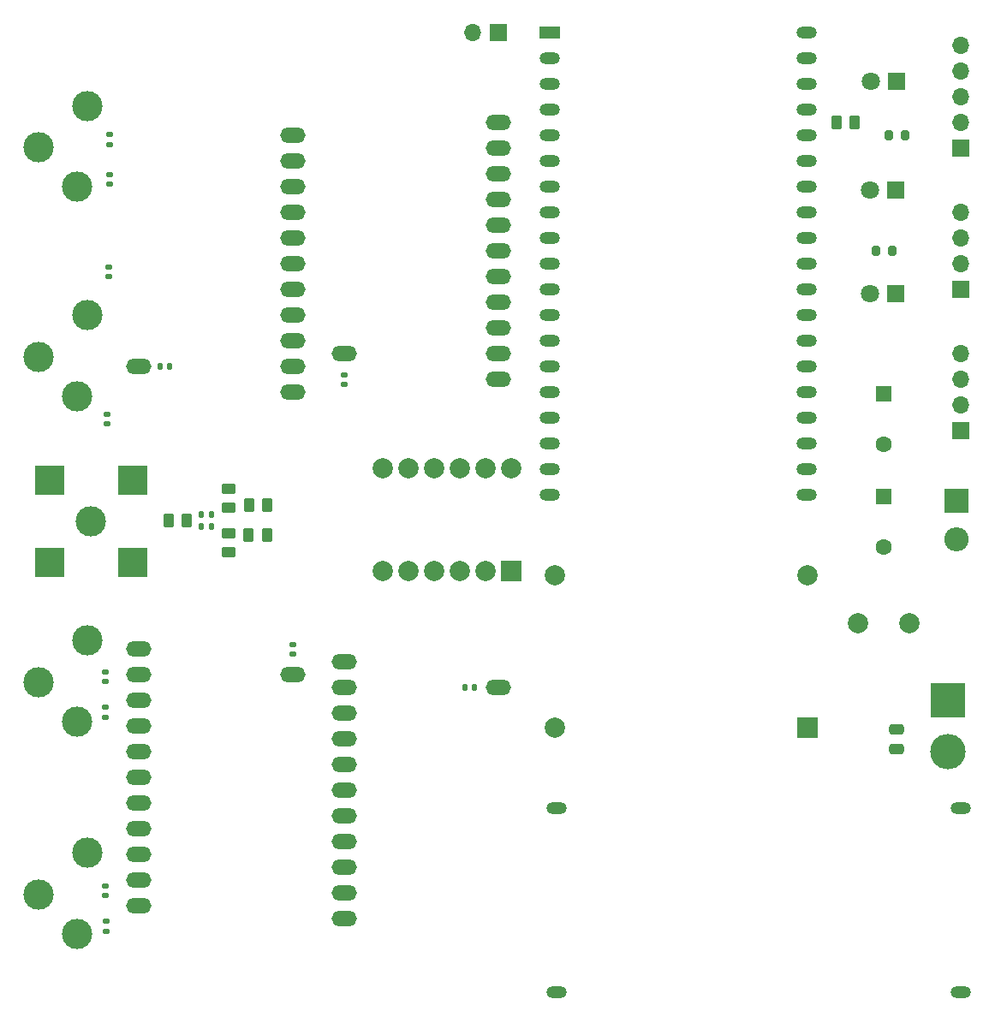
<source format=gbr>
%TF.GenerationSoftware,KiCad,Pcbnew,8.0.6*%
%TF.CreationDate,2024-11-28T17:20:23+01:00*%
%TF.ProjectId,fm-tx-LCD,666d2d74-782d-44c4-9344-2e6b69636164,rev?*%
%TF.SameCoordinates,Original*%
%TF.FileFunction,Soldermask,Top*%
%TF.FilePolarity,Negative*%
%FSLAX46Y46*%
G04 Gerber Fmt 4.6, Leading zero omitted, Abs format (unit mm)*
G04 Created by KiCad (PCBNEW 8.0.6) date 2024-11-28 17:20:23*
%MOMM*%
%LPD*%
G01*
G04 APERTURE LIST*
G04 Aperture macros list*
%AMRoundRect*
0 Rectangle with rounded corners*
0 $1 Rounding radius*
0 $2 $3 $4 $5 $6 $7 $8 $9 X,Y pos of 4 corners*
0 Add a 4 corners polygon primitive as box body*
4,1,4,$2,$3,$4,$5,$6,$7,$8,$9,$2,$3,0*
0 Add four circle primitives for the rounded corners*
1,1,$1+$1,$2,$3*
1,1,$1+$1,$4,$5*
1,1,$1+$1,$6,$7*
1,1,$1+$1,$8,$9*
0 Add four rect primitives between the rounded corners*
20,1,$1+$1,$2,$3,$4,$5,0*
20,1,$1+$1,$4,$5,$6,$7,0*
20,1,$1+$1,$6,$7,$8,$9,0*
20,1,$1+$1,$8,$9,$2,$3,0*%
G04 Aperture macros list end*
%ADD10RoundRect,0.250000X0.262500X0.450000X-0.262500X0.450000X-0.262500X-0.450000X0.262500X-0.450000X0*%
%ADD11RoundRect,0.250000X0.450000X-0.262500X0.450000X0.262500X-0.450000X0.262500X-0.450000X-0.262500X0*%
%ADD12R,1.700000X1.700000*%
%ADD13O,1.700000X1.700000*%
%ADD14RoundRect,0.140000X0.170000X-0.140000X0.170000X0.140000X-0.170000X0.140000X-0.170000X-0.140000X0*%
%ADD15RoundRect,0.140000X-0.140000X-0.170000X0.140000X-0.170000X0.140000X0.170000X-0.140000X0.170000X0*%
%ADD16RoundRect,0.140000X-0.170000X0.140000X-0.170000X-0.140000X0.170000X-0.140000X0.170000X0.140000X0*%
%ADD17C,2.000000*%
%ADD18O,2.500000X1.500000*%
%ADD19R,1.800000X1.800000*%
%ADD20C,1.800000*%
%ADD21C,3.000000*%
%ADD22R,2.000000X1.200000*%
%ADD23O,2.000000X1.200000*%
%ADD24R,2.400000X2.400000*%
%ADD25O,2.400000X2.400000*%
%ADD26RoundRect,0.140000X0.140000X0.170000X-0.140000X0.170000X-0.140000X-0.170000X0.140000X-0.170000X0*%
%ADD27R,1.600000X1.600000*%
%ADD28C,1.600000*%
%ADD29R,2.000000X2.000000*%
%ADD30RoundRect,0.250000X-0.475000X0.250000X-0.475000X-0.250000X0.475000X-0.250000X0.475000X0.250000X0*%
%ADD31R,3.500000X3.500000*%
%ADD32O,3.500000X3.500000*%
%ADD33RoundRect,0.200000X0.200000X0.275000X-0.200000X0.275000X-0.200000X-0.275000X0.200000X-0.275000X0*%
%ADD34RoundRect,0.135000X0.135000X0.185000X-0.135000X0.185000X-0.135000X-0.185000X0.135000X-0.185000X0*%
%ADD35RoundRect,0.250000X-0.450000X0.262500X-0.450000X-0.262500X0.450000X-0.262500X0.450000X0.262500X0*%
%ADD36R,3.000000X3.000000*%
G04 APERTURE END LIST*
D10*
%TO.C,R10*%
X64412500Y-77405707D03*
X62587500Y-77405707D03*
%TD*%
D11*
%TO.C,R8*%
X68580000Y-80565000D03*
X68580000Y-78740000D03*
%TD*%
D10*
%TO.C,R6*%
X70535106Y-75947531D03*
X72360106Y-75947531D03*
%TD*%
%TO.C,R1*%
X130459097Y-38025553D03*
X128634097Y-38025553D03*
%TD*%
D12*
%TO.C,SW1*%
X140970000Y-40635000D03*
D13*
X140970000Y-38095000D03*
X140970000Y-35555000D03*
X140970000Y-33015000D03*
X140970000Y-30475000D03*
%TD*%
D14*
%TO.C,C14*%
X56428201Y-118055260D03*
X56428201Y-117095260D03*
%TD*%
D15*
%TO.C,C6*%
X61750000Y-62230000D03*
X62710000Y-62230000D03*
%TD*%
D16*
%TO.C,C13*%
X56389145Y-113540756D03*
X56389145Y-114500756D03*
%TD*%
D17*
%TO.C,F1*%
X135890000Y-87630000D03*
X130810000Y-87620000D03*
%TD*%
D18*
%TO.C,U7*%
X80010000Y-116840000D03*
X80010000Y-114300000D03*
X80010000Y-111760000D03*
X80010000Y-109220000D03*
X80010000Y-106680000D03*
X80010000Y-104140000D03*
X80010000Y-101600000D03*
X80010000Y-99060000D03*
X80010000Y-96520000D03*
X80010000Y-93980000D03*
X80010000Y-91440000D03*
X95250000Y-93980000D03*
%TD*%
D19*
%TO.C,D3*%
X134500000Y-55000000D03*
D20*
X131960000Y-55000000D03*
%TD*%
D21*
%TO.C,J8*%
X53580000Y-118300000D03*
X54580000Y-110300000D03*
X49780000Y-114400000D03*
%TD*%
D22*
%TO.C,U1*%
X100330000Y-29210000D03*
D23*
X100330000Y-31750000D03*
X100330000Y-34290000D03*
X100330000Y-36830000D03*
X100330000Y-39370000D03*
X100330000Y-41910000D03*
X100330000Y-44450000D03*
X100330000Y-46990000D03*
X100330000Y-49530000D03*
X100330000Y-52070000D03*
X100330000Y-54610000D03*
X100330000Y-57150000D03*
X100330000Y-59690000D03*
X100330000Y-62230000D03*
X100330000Y-64770000D03*
X100330000Y-67310000D03*
X100330000Y-69850000D03*
X100330000Y-72390000D03*
X100330000Y-74930000D03*
X125726320Y-74927280D03*
X125726320Y-72387280D03*
X125730000Y-69850000D03*
X125730000Y-67310000D03*
X125730000Y-64770000D03*
X125730000Y-62230000D03*
X125730000Y-59690000D03*
X125730000Y-57150000D03*
X125730000Y-54610000D03*
X125730000Y-52070000D03*
X125730000Y-49530000D03*
X125730000Y-46990000D03*
X125730000Y-44450000D03*
X125730000Y-41910000D03*
X125730000Y-39370000D03*
X125730000Y-36830000D03*
X125730000Y-34290000D03*
X125730000Y-31750000D03*
X125730000Y-29210000D03*
%TD*%
D24*
%TO.C,D4*%
X140500000Y-75500000D03*
D25*
X140500000Y-79310000D03*
%TD*%
D16*
%TO.C,C10*%
X56371932Y-92390041D03*
X56371932Y-93350041D03*
%TD*%
D14*
%TO.C,C11*%
X56354705Y-96864327D03*
X56354705Y-95904327D03*
%TD*%
D21*
%TO.C,J4*%
X53580000Y-44450000D03*
X54580000Y-36450000D03*
X49780000Y-40550000D03*
%TD*%
D18*
%TO.C,U8*%
X59690000Y-115570000D03*
X59690000Y-113030000D03*
X59690000Y-110490000D03*
X59690000Y-107950000D03*
X59690000Y-105410000D03*
X59690000Y-102870000D03*
X59690000Y-100330000D03*
X59690000Y-97790000D03*
X59690000Y-95250000D03*
X59690000Y-92710000D03*
X59690000Y-90170000D03*
X74930000Y-92710000D03*
%TD*%
D12*
%TO.C,U6*%
X140970000Y-54610000D03*
D13*
X140970000Y-52070000D03*
X140970000Y-49530000D03*
X140970000Y-46990000D03*
%TD*%
D18*
%TO.C,U4*%
X74930000Y-39370000D03*
X74930000Y-41910000D03*
X74930000Y-44450000D03*
X74930000Y-46990000D03*
X74930000Y-49530000D03*
X74930000Y-52070000D03*
X74930000Y-54610000D03*
X74930000Y-57150000D03*
X74930000Y-59690000D03*
X74930000Y-62230000D03*
X74930000Y-64770000D03*
X59690000Y-62230000D03*
%TD*%
D16*
%TO.C,C8*%
X56495102Y-66911245D03*
X56495102Y-67871245D03*
%TD*%
D14*
%TO.C,C15*%
X74930000Y-90665164D03*
X74930000Y-89705164D03*
%TD*%
D26*
%TO.C,C12*%
X92880550Y-93969266D03*
X91920550Y-93969266D03*
%TD*%
D27*
%TO.C,C3*%
X133350000Y-75067349D03*
D28*
X133350000Y-80067349D03*
%TD*%
D27*
%TO.C,C2*%
X133350000Y-64907349D03*
D28*
X133350000Y-69907349D03*
%TD*%
D21*
%TO.C,J7*%
X53580000Y-97300000D03*
X54580000Y-89300000D03*
X49780000Y-93400000D03*
%TD*%
D17*
%TO.C,FL1*%
X100800000Y-82880000D03*
X100800000Y-97880000D03*
D29*
X125800000Y-97880000D03*
D17*
X125800000Y-82880000D03*
%TD*%
D16*
%TO.C,C4*%
X56786683Y-39286646D03*
X56786683Y-40246646D03*
%TD*%
D14*
%TO.C,C7*%
X56653865Y-53325000D03*
X56653865Y-52365000D03*
%TD*%
D19*
%TO.C,D2*%
X134500000Y-44750000D03*
D20*
X131960000Y-44750000D03*
%TD*%
D12*
%TO.C,J3*%
X140970000Y-68570000D03*
D13*
X140970000Y-66030000D03*
X140970000Y-63490000D03*
X140970000Y-60950000D03*
%TD*%
D29*
%TO.C,U3*%
X96520000Y-82462700D03*
D17*
X93980000Y-82462700D03*
X91440000Y-82462700D03*
X88900000Y-82462700D03*
X86360000Y-82462700D03*
X83820000Y-82462700D03*
X83820000Y-72302700D03*
X86360000Y-72302700D03*
X88900000Y-72302700D03*
X91440000Y-72302700D03*
X93980000Y-72302700D03*
X96520000Y-72302700D03*
%TD*%
D14*
%TO.C,C5*%
X56756407Y-44144421D03*
X56756407Y-43184421D03*
%TD*%
D30*
%TO.C,C1*%
X134620000Y-98110000D03*
X134620000Y-100010000D03*
%TD*%
D21*
%TO.C,J6*%
X53580000Y-65150000D03*
X54580000Y-57150000D03*
X49780000Y-61250000D03*
%TD*%
D19*
%TO.C,D1*%
X134620000Y-34000000D03*
D20*
X132080000Y-34000000D03*
%TD*%
D31*
%TO.C,J1*%
X139700000Y-95250000D03*
D32*
X139700000Y-100330000D03*
%TD*%
D23*
%TO.C,U2*%
X100970000Y-124120000D03*
X100970000Y-105920000D03*
X140970000Y-124120000D03*
X140970000Y-105920000D03*
%TD*%
D18*
%TO.C,U5*%
X95250000Y-38100000D03*
X95250000Y-40640000D03*
X95250000Y-43180000D03*
X95250000Y-45720000D03*
X95250000Y-48260000D03*
X95250000Y-50800000D03*
X95250000Y-53340000D03*
X95250000Y-55880000D03*
X95250000Y-58420000D03*
X95250000Y-60960000D03*
X95250000Y-63500000D03*
X80010000Y-60960000D03*
%TD*%
D33*
%TO.C,R2*%
X135445000Y-39370000D03*
X133795000Y-39370000D03*
%TD*%
%TO.C,R3*%
X134175000Y-50800000D03*
X132525000Y-50800000D03*
%TD*%
D12*
%TO.C,J2*%
X95250000Y-29210000D03*
D13*
X92710000Y-29210000D03*
%TD*%
D34*
%TO.C,R5*%
X66879743Y-76821357D03*
X65859743Y-76821357D03*
%TD*%
D16*
%TO.C,C9*%
X80010000Y-63020000D03*
X80010000Y-63980000D03*
%TD*%
D35*
%TO.C,R4*%
X68580000Y-74301704D03*
X68580000Y-76126704D03*
%TD*%
D34*
%TO.C,R9*%
X66879743Y-78004628D03*
X65859743Y-78004628D03*
%TD*%
D21*
%TO.C,J5*%
X54942967Y-77488062D03*
D36*
X59042967Y-81588062D03*
X59042967Y-73488062D03*
X50842967Y-81588062D03*
X50842967Y-73488062D03*
%TD*%
D10*
%TO.C,R7*%
X72345918Y-78877061D03*
X70520918Y-78877061D03*
%TD*%
M02*

</source>
